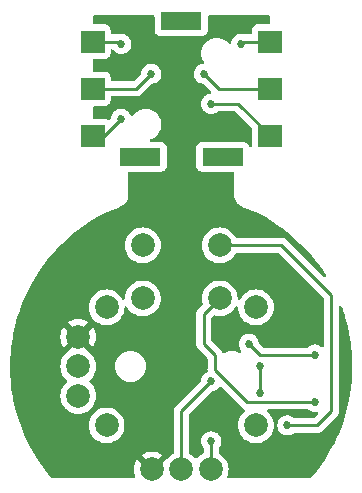
<source format=gbr>
%TF.GenerationSoftware,KiCad,Pcbnew,6.0.11-3.fc37*%
%TF.CreationDate,2023-09-06T08:49:03-04:00*%
%TF.ProjectId,gameKey-PCB-ThumbCluster,67616d65-4b65-4792-9d50-43422d546875,rev?*%
%TF.SameCoordinates,Original*%
%TF.FileFunction,Copper,L1,Top*%
%TF.FilePolarity,Positive*%
%FSLAX46Y46*%
G04 Gerber Fmt 4.6, Leading zero omitted, Abs format (unit mm)*
G04 Created by KiCad (PCBNEW 6.0.11-3.fc37) date 2023-09-06 08:49:03*
%MOMM*%
%LPD*%
G01*
G04 APERTURE LIST*
%TA.AperFunction,WasherPad*%
%ADD10R,3.500000X1.500000*%
%TD*%
%TA.AperFunction,SMDPad,CuDef*%
%ADD11R,2.000000X1.900000*%
%TD*%
%TA.AperFunction,WasherPad*%
%ADD12C,2.000000*%
%TD*%
%TA.AperFunction,ComponentPad*%
%ADD13C,2.000000*%
%TD*%
%TA.AperFunction,ViaPad*%
%ADD14C,0.685800*%
%TD*%
%TA.AperFunction,Conductor*%
%ADD15C,0.254000*%
%TD*%
G04 APERTURE END LIST*
D10*
%TO.P,NS1,*%
%TO.N,*%
X3500000Y17750000D03*
X-3500000Y17750000D03*
X0Y29250000D03*
D11*
%TO.P,NS1,1,COM*%
%TO.N,/COL*%
X-7500000Y27500000D03*
%TO.P,NS1,2,B*%
%TO.N,/NW*%
X-7500000Y23500000D03*
%TO.P,NS1,3,PUSH*%
%TO.N,/NP*%
X-7500000Y19500000D03*
%TO.P,NS1,4,A*%
%TO.N,/NN*%
X7500000Y27500000D03*
%TO.P,NS1,5,D*%
%TO.N,/NE*%
X7500000Y23500000D03*
%TO.P,NS1,6,C*%
%TO.N,/NS*%
X7500000Y19500000D03*
%TD*%
D12*
%TO.P,JS1,*%
%TO.N,*%
X6325000Y-5000000D03*
X-6325000Y-5000000D03*
X-6325000Y5000000D03*
X6325000Y5000000D03*
D13*
%TO.P,JS1,1,GND*%
%TO.N,GND*%
X-2500000Y-8730000D03*
X-8730000Y2500000D03*
%TO.P,JS1,2,VCC*%
%TO.N,VCC*%
X2500000Y-8730000D03*
X-8730000Y-2500000D03*
%TO.P,JS1,3,RY*%
%TO.N,/JX*%
X-8730000Y0D03*
%TO.P,JS1,4,RX*%
%TO.N,/JY*%
X0Y-8730000D03*
%TO.P,JS1,5,SW-A*%
%TO.N,/JB*%
X3250000Y5750000D03*
X-3250000Y5750000D03*
%TO.P,JS1,6,SW-B*%
%TO.N,/JC*%
X3250000Y10250000D03*
X-3250000Y10250000D03*
%TD*%
D14*
%TO.N,/NS*%
X2540000Y22225000D03*
%TO.N,/NN*%
X5080000Y27305000D03*
%TO.N,/NE*%
X1905000Y24765000D03*
%TO.N,/NW*%
X-2540000Y24765000D03*
%TO.N,/NP*%
X-5080000Y20955000D03*
%TO.N,/COL*%
X-5080000Y27305000D03*
%TO.N,GND*%
X-9525000Y8890000D03*
X6350000Y12065000D03*
X9525000Y-6985000D03*
X-9525000Y-6985000D03*
X8890000Y8255000D03*
%TO.N,/JB*%
X11335000Y-3000000D03*
%TO.N,VCC*%
X2540000Y-6350000D03*
X6667500Y-2222500D03*
X6667500Y0D03*
%TO.N,/JY*%
X2540000Y-1270000D03*
%TO.N,/JX*%
X11335000Y1000000D03*
X5715000Y1905000D03*
%TO.N,/JC*%
X8985000Y-5000000D03*
%TD*%
D15*
%TO.N,/NS*%
X4840000Y22225000D02*
X2540000Y22225000D01*
X7500000Y19500000D02*
X7500000Y19565000D01*
X7500000Y19565000D02*
X4840000Y22225000D01*
%TO.N,/NN*%
X5275000Y27500000D02*
X5080000Y27305000D01*
X7500000Y27500000D02*
X5275000Y27500000D01*
%TO.N,/NE*%
X3170000Y23500000D02*
X1905000Y24765000D01*
X7500000Y23500000D02*
X3170000Y23500000D01*
%TO.N,/NW*%
X-3805000Y23500000D02*
X-2540000Y24765000D01*
X-7500000Y23500000D02*
X-3805000Y23500000D01*
%TO.N,/NP*%
X-6535000Y19500000D02*
X-5080000Y20955000D01*
X-7500000Y19500000D02*
X-6535000Y19500000D01*
%TO.N,/COL*%
X-5275000Y27500000D02*
X-5080000Y27305000D01*
X-7500000Y27500000D02*
X-5275000Y27500000D01*
%TO.N,/JB*%
X5540000Y-3000000D02*
X11335000Y-3000000D01*
X1905000Y4405000D02*
X1905000Y1905000D01*
X2857500Y-317500D02*
X5540000Y-3000000D01*
X2857500Y952500D02*
X2857500Y-317500D01*
X1905000Y1905000D02*
X2857500Y952500D01*
X3250000Y5750000D02*
X1905000Y4405000D01*
%TO.N,VCC*%
X6667500Y0D02*
X6667500Y-2222500D01*
X2540000Y-8690000D02*
X2500000Y-8730000D01*
X2540000Y-6350000D02*
X2540000Y-8690000D01*
%TO.N,/JY*%
X0Y-3810000D02*
X2540000Y-1270000D01*
X0Y-8730000D02*
X0Y-3810000D01*
%TO.N,/JX*%
X11287500Y952500D02*
X11335000Y1000000D01*
X6667500Y952500D02*
X11287500Y952500D01*
X5715000Y1905000D02*
X6667500Y952500D01*
%TO.N,/JC*%
X12700000Y-3810000D02*
X11510000Y-5000000D01*
X12700000Y6032500D02*
X12700000Y-3810000D01*
X3250000Y10250000D02*
X8482500Y10250000D01*
X11510000Y-5000000D02*
X8985000Y-5000000D01*
X8482500Y10250000D02*
X12700000Y6032500D01*
%TD*%
%TA.AperFunction,Conductor*%
%TO.N,GND*%
G36*
X13544012Y5099628D02*
G01*
X13579125Y5049574D01*
X13655199Y4851471D01*
X13657349Y4845416D01*
X13697069Y4723791D01*
X13831211Y4313037D01*
X13884741Y4149122D01*
X13886579Y4142966D01*
X14078179Y3435999D01*
X14079701Y3429758D01*
X14235020Y2713934D01*
X14236222Y2707622D01*
X14354852Y1984805D01*
X14355730Y1978441D01*
X14402599Y1560512D01*
X14431613Y1301795D01*
X14437361Y1250536D01*
X14437914Y1244138D01*
X14444976Y1127903D01*
X14482336Y513007D01*
X14482562Y506587D01*
X14483069Y454225D01*
X14489628Y-222607D01*
X14489659Y-225845D01*
X14489558Y-232259D01*
X14461062Y-921797D01*
X14459312Y-964135D01*
X14458884Y-970526D01*
X14426216Y-1323455D01*
X14391371Y-1699900D01*
X14390616Y-1706280D01*
X14362479Y-1901293D01*
X14295677Y-2364295D01*
X14286014Y-2431266D01*
X14284936Y-2437585D01*
X14208554Y-2825767D01*
X14143523Y-3156262D01*
X14142125Y-3162524D01*
X14053414Y-3516910D01*
X13964248Y-3873114D01*
X13962529Y-3879304D01*
X13748677Y-4579859D01*
X13746645Y-4585954D01*
X13497357Y-5274713D01*
X13495034Y-5280654D01*
X13324080Y-5686963D01*
X13210949Y-5955842D01*
X13208307Y-5961698D01*
X12890200Y-6621479D01*
X12887263Y-6627194D01*
X12535933Y-7269913D01*
X12535932Y-7269914D01*
X12532713Y-7275462D01*
X12149063Y-7899463D01*
X12145567Y-7904836D01*
X11730619Y-8508454D01*
X11726846Y-8513654D01*
X11281680Y-9095324D01*
X11277647Y-9100324D01*
X10983065Y-9447077D01*
X10923717Y-9486043D01*
X10887039Y-9491499D01*
X4005938Y-9491499D01*
X3937817Y-9471497D01*
X3891324Y-9417841D01*
X3881220Y-9347567D01*
X3889529Y-9317281D01*
X3937211Y-9202167D01*
X3937212Y-9202165D01*
X3939105Y-9197594D01*
X3979563Y-9029076D01*
X3993380Y-8971524D01*
X3993381Y-8971518D01*
X3994535Y-8966711D01*
X4013165Y-8730000D01*
X3994535Y-8493289D01*
X3939105Y-8262406D01*
X3937211Y-8257833D01*
X3850135Y-8047611D01*
X3850133Y-8047607D01*
X3848240Y-8043037D01*
X3845654Y-8038817D01*
X3726759Y-7844798D01*
X3726755Y-7844792D01*
X3724176Y-7840584D01*
X3569969Y-7660031D01*
X3389416Y-7505824D01*
X3235665Y-7411605D01*
X3188034Y-7358957D01*
X3175500Y-7304172D01*
X3175500Y-6964969D01*
X3195502Y-6896848D01*
X3207858Y-6880665D01*
X3232591Y-6853197D01*
X3322077Y-6698203D01*
X3377382Y-6527991D01*
X3380899Y-6494535D01*
X3395400Y-6356565D01*
X3396090Y-6350000D01*
X3377382Y-6172009D01*
X3322077Y-6001797D01*
X3232591Y-5846803D01*
X3112836Y-5713801D01*
X3069602Y-5682389D01*
X2973387Y-5612485D01*
X2973386Y-5612484D01*
X2968045Y-5608604D01*
X2962017Y-5605920D01*
X2962015Y-5605919D01*
X2810577Y-5538495D01*
X2810576Y-5538495D01*
X2804546Y-5535810D01*
X2717016Y-5517205D01*
X2635943Y-5499972D01*
X2635939Y-5499972D01*
X2629486Y-5498600D01*
X2450514Y-5498600D01*
X2444061Y-5499972D01*
X2444057Y-5499972D01*
X2362984Y-5517205D01*
X2275454Y-5535810D01*
X2269424Y-5538495D01*
X2269423Y-5538495D01*
X2117985Y-5605919D01*
X2117983Y-5605920D01*
X2111955Y-5608604D01*
X2106614Y-5612484D01*
X2106613Y-5612485D01*
X2010399Y-5682389D01*
X1967164Y-5713801D01*
X1847409Y-5846803D01*
X1757923Y-6001797D01*
X1702618Y-6172009D01*
X1683910Y-6350000D01*
X1684600Y-6356565D01*
X1699102Y-6494535D01*
X1702618Y-6527991D01*
X1757923Y-6698203D01*
X1847409Y-6853197D01*
X1872137Y-6880660D01*
X1902853Y-6944666D01*
X1904500Y-6964969D01*
X1904500Y-7259684D01*
X1884498Y-7327805D01*
X1826719Y-7376092D01*
X1817618Y-7379862D01*
X1817613Y-7379865D01*
X1813037Y-7381760D01*
X1808817Y-7384346D01*
X1614798Y-7503241D01*
X1614797Y-7503242D01*
X1610584Y-7505824D01*
X1430031Y-7660031D01*
X1426823Y-7663787D01*
X1426818Y-7663792D01*
X1345811Y-7758639D01*
X1286361Y-7797449D01*
X1215366Y-7797955D01*
X1154189Y-7758639D01*
X1073182Y-7663792D01*
X1073177Y-7663787D01*
X1069969Y-7660031D01*
X889416Y-7505824D01*
X695664Y-7387092D01*
X648034Y-7334445D01*
X635500Y-7279660D01*
X635500Y-4125422D01*
X655502Y-4057301D01*
X672405Y-4036327D01*
X2551606Y-2157126D01*
X2613918Y-2123100D01*
X2624494Y-2121400D01*
X2629486Y-2121400D01*
X2804546Y-2084190D01*
X2810577Y-2081505D01*
X2962015Y-2014081D01*
X2962017Y-2014080D01*
X2968045Y-2011396D01*
X3112836Y-1906199D01*
X3229920Y-1776164D01*
X3290362Y-1738926D01*
X3361346Y-1740277D01*
X3412648Y-1771381D01*
X5034750Y-3393483D01*
X5042326Y-3401809D01*
X5046447Y-3408303D01*
X5052222Y-3413726D01*
X5096265Y-3455085D01*
X5099107Y-3457840D01*
X5118906Y-3477639D01*
X5122031Y-3480063D01*
X5122040Y-3480071D01*
X5122126Y-3480137D01*
X5131151Y-3487845D01*
X5163494Y-3518217D01*
X5170438Y-3522035D01*
X5170440Y-3522036D01*
X5181329Y-3528022D01*
X5197847Y-3538873D01*
X5213933Y-3551350D01*
X5254666Y-3568976D01*
X5265314Y-3574193D01*
X5275655Y-3579878D01*
X5304197Y-3595569D01*
X5311872Y-3597540D01*
X5311878Y-3597542D01*
X5323911Y-3600631D01*
X5342606Y-3607031D01*
X5350074Y-3610263D01*
X5404645Y-3655672D01*
X5426004Y-3723380D01*
X5407367Y-3791886D01*
X5381860Y-3821708D01*
X5310852Y-3882355D01*
X5255031Y-3930031D01*
X5100824Y-4110584D01*
X5098245Y-4114792D01*
X5098241Y-4114798D01*
X5011762Y-4255919D01*
X4976760Y-4313037D01*
X4974867Y-4317607D01*
X4974865Y-4317611D01*
X4887789Y-4527833D01*
X4885895Y-4532406D01*
X4830465Y-4763289D01*
X4811835Y-5000000D01*
X4830465Y-5236711D01*
X4831619Y-5241518D01*
X4831620Y-5241524D01*
X4855723Y-5341918D01*
X4885895Y-5467594D01*
X4887788Y-5472165D01*
X4887789Y-5472167D01*
X4954924Y-5634245D01*
X4976760Y-5686963D01*
X4979346Y-5691183D01*
X5098241Y-5885202D01*
X5098245Y-5885208D01*
X5100824Y-5889416D01*
X5255031Y-6069969D01*
X5435584Y-6224176D01*
X5439792Y-6226755D01*
X5439798Y-6226759D01*
X5630196Y-6343435D01*
X5638037Y-6348240D01*
X5642607Y-6350133D01*
X5642611Y-6350135D01*
X5658135Y-6356565D01*
X5857406Y-6439105D01*
X5937609Y-6458360D01*
X6083476Y-6493380D01*
X6083482Y-6493381D01*
X6088289Y-6494535D01*
X6325000Y-6513165D01*
X6561711Y-6494535D01*
X6566518Y-6493381D01*
X6566524Y-6493380D01*
X6712391Y-6458360D01*
X6792594Y-6439105D01*
X6991865Y-6356565D01*
X7007389Y-6350135D01*
X7007393Y-6350133D01*
X7011963Y-6348240D01*
X7019804Y-6343435D01*
X7210202Y-6226759D01*
X7210208Y-6226755D01*
X7214416Y-6224176D01*
X7394969Y-6069969D01*
X7549176Y-5889416D01*
X7551755Y-5885208D01*
X7551759Y-5885202D01*
X7670654Y-5691183D01*
X7673240Y-5686963D01*
X7695077Y-5634245D01*
X7762211Y-5472167D01*
X7762212Y-5472165D01*
X7764105Y-5467594D01*
X7794277Y-5341918D01*
X7818380Y-5241524D01*
X7818381Y-5241518D01*
X7819535Y-5236711D01*
X7838165Y-5000000D01*
X7819535Y-4763289D01*
X7764105Y-4532406D01*
X7762211Y-4527833D01*
X7675135Y-4317611D01*
X7675133Y-4317607D01*
X7673240Y-4313037D01*
X7638238Y-4255919D01*
X7551759Y-4114798D01*
X7551755Y-4114792D01*
X7549176Y-4110584D01*
X7394969Y-3930031D01*
X7309825Y-3857311D01*
X7271016Y-3797860D01*
X7270510Y-3726866D01*
X7308466Y-3666867D01*
X7372834Y-3636914D01*
X7391656Y-3635500D01*
X10720262Y-3635500D01*
X10788383Y-3655502D01*
X10794323Y-3659564D01*
X10890882Y-3729718D01*
X10906955Y-3741396D01*
X10912983Y-3744080D01*
X10912985Y-3744081D01*
X11007012Y-3785944D01*
X11070454Y-3814190D01*
X11145404Y-3830121D01*
X11239057Y-3850028D01*
X11239061Y-3850028D01*
X11245514Y-3851400D01*
X11424486Y-3851400D01*
X11430943Y-3850028D01*
X11430948Y-3850027D01*
X11434326Y-3849309D01*
X11436327Y-3849462D01*
X11437514Y-3849337D01*
X11437537Y-3849554D01*
X11505116Y-3854712D01*
X11561748Y-3897529D01*
X11586241Y-3964167D01*
X11570819Y-4033468D01*
X11549616Y-4061651D01*
X11283672Y-4327595D01*
X11221360Y-4361621D01*
X11194577Y-4364500D01*
X9599738Y-4364500D01*
X9531617Y-4344498D01*
X9525677Y-4340436D01*
X9418387Y-4262485D01*
X9418386Y-4262484D01*
X9413045Y-4258604D01*
X9407017Y-4255920D01*
X9407015Y-4255919D01*
X9255577Y-4188495D01*
X9255576Y-4188495D01*
X9249546Y-4185810D01*
X9162016Y-4167205D01*
X9080943Y-4149972D01*
X9080939Y-4149972D01*
X9074486Y-4148600D01*
X8895514Y-4148600D01*
X8889061Y-4149972D01*
X8889057Y-4149972D01*
X8807984Y-4167205D01*
X8720454Y-4185810D01*
X8714424Y-4188495D01*
X8714423Y-4188495D01*
X8562985Y-4255919D01*
X8562983Y-4255920D01*
X8556955Y-4258604D01*
X8551614Y-4262484D01*
X8551613Y-4262485D01*
X8465356Y-4325155D01*
X8412164Y-4363801D01*
X8292409Y-4496803D01*
X8202923Y-4651797D01*
X8147618Y-4822009D01*
X8128910Y-5000000D01*
X8129600Y-5006565D01*
X8135191Y-5059754D01*
X8147618Y-5177991D01*
X8202923Y-5348203D01*
X8292409Y-5503197D01*
X8296827Y-5508104D01*
X8296828Y-5508105D01*
X8406990Y-5630453D01*
X8412164Y-5636199D01*
X8417506Y-5640080D01*
X8417508Y-5640082D01*
X8525733Y-5718712D01*
X8556955Y-5741396D01*
X8562983Y-5744080D01*
X8562985Y-5744081D01*
X8714423Y-5811505D01*
X8720454Y-5814190D01*
X8807984Y-5832795D01*
X8889057Y-5850028D01*
X8889061Y-5850028D01*
X8895514Y-5851400D01*
X9074486Y-5851400D01*
X9080939Y-5850028D01*
X9080943Y-5850028D01*
X9162016Y-5832795D01*
X9249546Y-5814190D01*
X9255577Y-5811505D01*
X9407015Y-5744081D01*
X9407017Y-5744080D01*
X9413045Y-5741396D01*
X9487966Y-5686963D01*
X9525677Y-5659564D01*
X9592545Y-5635705D01*
X9599738Y-5635500D01*
X11430980Y-5635500D01*
X11442214Y-5636030D01*
X11449719Y-5637708D01*
X11518012Y-5635562D01*
X11521969Y-5635500D01*
X11549983Y-5635500D01*
X11553908Y-5635004D01*
X11553909Y-5635004D01*
X11554004Y-5634992D01*
X11565849Y-5634059D01*
X11595670Y-5633122D01*
X11602282Y-5632914D01*
X11602283Y-5632914D01*
X11610205Y-5632665D01*
X11629749Y-5626987D01*
X11649112Y-5622977D01*
X11661440Y-5621420D01*
X11661442Y-5621420D01*
X11669299Y-5620427D01*
X11676663Y-5617511D01*
X11676668Y-5617510D01*
X11710556Y-5604093D01*
X11721785Y-5600248D01*
X11738465Y-5595402D01*
X11764393Y-5587869D01*
X11771220Y-5583831D01*
X11771223Y-5583830D01*
X11781906Y-5577512D01*
X11799664Y-5568812D01*
X11811215Y-5564239D01*
X11811221Y-5564235D01*
X11818588Y-5561319D01*
X11854491Y-5535234D01*
X11864410Y-5528719D01*
X11895768Y-5510174D01*
X11895772Y-5510171D01*
X11902598Y-5506134D01*
X11916982Y-5491750D01*
X11932016Y-5478909D01*
X11942073Y-5471602D01*
X11948487Y-5466942D01*
X11976778Y-5432744D01*
X11984767Y-5423965D01*
X13093483Y-4315250D01*
X13101809Y-4307674D01*
X13108303Y-4303553D01*
X13155086Y-4253734D01*
X13157840Y-4250893D01*
X13177639Y-4231094D01*
X13180068Y-4227963D01*
X13180072Y-4227958D01*
X13180139Y-4227872D01*
X13187847Y-4218847D01*
X13212791Y-4192285D01*
X13212794Y-4192281D01*
X13218217Y-4186506D01*
X13222036Y-4179560D01*
X13222039Y-4179555D01*
X13228022Y-4168672D01*
X13238878Y-4152144D01*
X13246492Y-4142329D01*
X13246494Y-4142326D01*
X13251349Y-4136067D01*
X13254495Y-4128797D01*
X13254498Y-4128792D01*
X13268969Y-4095350D01*
X13274192Y-4084689D01*
X13291749Y-4052753D01*
X13291751Y-4052748D01*
X13295569Y-4045803D01*
X13297539Y-4038129D01*
X13297542Y-4038122D01*
X13300632Y-4026087D01*
X13307036Y-4007382D01*
X13311967Y-3995987D01*
X13315117Y-3988708D01*
X13322060Y-3944873D01*
X13324467Y-3933251D01*
X13325294Y-3930031D01*
X13335500Y-3890282D01*
X13335500Y-3869935D01*
X13337051Y-3850224D01*
X13338995Y-3837950D01*
X13340235Y-3830121D01*
X13336059Y-3785944D01*
X13335500Y-3774086D01*
X13335500Y5004404D01*
X13355502Y5072525D01*
X13409158Y5119018D01*
X13479432Y5129122D01*
X13544012Y5099628D01*
G37*
%TD.AperFunction*%
%TA.AperFunction,Conductor*%
G36*
X-2316379Y29721499D02*
G01*
X-2269886Y29667843D01*
X-2258500Y29615501D01*
X-2258500Y28451866D01*
X-2251745Y28389684D01*
X-2200615Y28253295D01*
X-2113261Y28136739D01*
X-1996705Y28049385D01*
X-1860316Y27998255D01*
X-1798134Y27991500D01*
X1798134Y27991500D01*
X1860316Y27998255D01*
X1996705Y28049385D01*
X2113261Y28136739D01*
X2200615Y28253295D01*
X2251745Y28389684D01*
X2258500Y28451866D01*
X2258500Y29615501D01*
X2278502Y29683622D01*
X2332158Y29730115D01*
X2384500Y29741501D01*
X7365501Y29741501D01*
X7433622Y29721499D01*
X7480115Y29667843D01*
X7491501Y29615501D01*
X7491501Y29084500D01*
X7471499Y29016379D01*
X7417843Y28969886D01*
X7365501Y28958500D01*
X6451866Y28958500D01*
X6389684Y28951745D01*
X6253295Y28900615D01*
X6136739Y28813261D01*
X6049385Y28696705D01*
X5998255Y28560316D01*
X5991500Y28498134D01*
X5991500Y28261500D01*
X5971498Y28193379D01*
X5917842Y28146886D01*
X5865500Y28135500D01*
X5354032Y28135500D01*
X5342793Y28136030D01*
X5335281Y28137709D01*
X5327356Y28137460D01*
X5327355Y28137460D01*
X5293833Y28136406D01*
X5282691Y28136056D01*
X5252536Y28138747D01*
X5175943Y28155028D01*
X5175938Y28155028D01*
X5169486Y28156400D01*
X4990514Y28156400D01*
X4984061Y28155028D01*
X4984057Y28155028D01*
X4924098Y28142283D01*
X4815454Y28119190D01*
X4809424Y28116505D01*
X4809423Y28116505D01*
X4657985Y28049081D01*
X4657983Y28049080D01*
X4651955Y28046396D01*
X4646614Y28042516D01*
X4646613Y28042515D01*
X4584521Y27997402D01*
X4507164Y27941199D01*
X4387409Y27808197D01*
X4297923Y27653203D01*
X4242618Y27482991D01*
X4241928Y27476427D01*
X4241928Y27476426D01*
X4234305Y27403897D01*
X4207292Y27338240D01*
X4149070Y27297610D01*
X4078125Y27294907D01*
X4012477Y27336072D01*
X4009351Y27339797D01*
X4006198Y27344300D01*
X3844300Y27506198D01*
X3839792Y27509355D01*
X3839789Y27509357D01*
X3761611Y27564098D01*
X3656749Y27637523D01*
X3651767Y27639846D01*
X3651762Y27639849D01*
X3454225Y27731961D01*
X3454224Y27731961D01*
X3449243Y27734284D01*
X3443935Y27735706D01*
X3443933Y27735707D01*
X3233402Y27792119D01*
X3233400Y27792119D01*
X3228087Y27793543D01*
X3125948Y27802479D01*
X3059851Y27808262D01*
X3059844Y27808262D01*
X3057127Y27808500D01*
X2942873Y27808500D01*
X2940156Y27808262D01*
X2940149Y27808262D01*
X2874052Y27802479D01*
X2771913Y27793543D01*
X2766600Y27792119D01*
X2766598Y27792119D01*
X2556067Y27735707D01*
X2556065Y27735706D01*
X2550757Y27734284D01*
X2545776Y27731961D01*
X2545775Y27731961D01*
X2348238Y27639849D01*
X2348233Y27639846D01*
X2343251Y27637523D01*
X2238389Y27564098D01*
X2160211Y27509357D01*
X2160208Y27509355D01*
X2155700Y27506198D01*
X1993802Y27344300D01*
X1990645Y27339792D01*
X1990643Y27339789D01*
X1935902Y27261611D01*
X1862477Y27156749D01*
X1860154Y27151767D01*
X1860151Y27151762D01*
X1848609Y27127009D01*
X1765716Y26949243D01*
X1764294Y26943935D01*
X1764293Y26943933D01*
X1734113Y26831300D01*
X1706457Y26728087D01*
X1686502Y26500000D01*
X1706457Y26271913D01*
X1707881Y26266600D01*
X1707881Y26266598D01*
X1753531Y26096233D01*
X1765716Y26050757D01*
X1768039Y26045776D01*
X1768039Y26045775D01*
X1860151Y25848238D01*
X1860154Y25848233D01*
X1862477Y25843251D01*
X1865634Y25838743D01*
X1885468Y25810417D01*
X1908156Y25743144D01*
X1890871Y25674283D01*
X1839102Y25625699D01*
X1808452Y25614899D01*
X1640454Y25579190D01*
X1634424Y25576505D01*
X1634423Y25576505D01*
X1482985Y25509081D01*
X1482983Y25509080D01*
X1476955Y25506396D01*
X1471614Y25502516D01*
X1471613Y25502515D01*
X1464985Y25497699D01*
X1332164Y25401199D01*
X1212409Y25268197D01*
X1122923Y25113203D01*
X1067618Y24942991D01*
X1048910Y24765000D01*
X1067618Y24587009D01*
X1069658Y24580731D01*
X1069658Y24580730D01*
X1095391Y24501531D01*
X1122923Y24416797D01*
X1212409Y24261803D01*
X1216827Y24256896D01*
X1216828Y24256895D01*
X1274018Y24193379D01*
X1332164Y24128801D01*
X1476955Y24023604D01*
X1482983Y24020920D01*
X1482985Y24020919D01*
X1634423Y23953495D01*
X1640454Y23950810D01*
X1815514Y23913600D01*
X1818653Y23913600D01*
X1883122Y23887079D01*
X1893394Y23877874D01*
X2487940Y23283328D01*
X2521966Y23221016D01*
X2516901Y23150201D01*
X2474354Y23093365D01*
X2425042Y23070986D01*
X2379734Y23061355D01*
X2275454Y23039190D01*
X2269424Y23036505D01*
X2269423Y23036505D01*
X2117985Y22969081D01*
X2117983Y22969080D01*
X2111955Y22966396D01*
X2106614Y22962516D01*
X2106613Y22962515D01*
X1973435Y22865755D01*
X1967164Y22861199D01*
X1962743Y22856289D01*
X1962742Y22856288D01*
X1892975Y22778803D01*
X1847409Y22728197D01*
X1757923Y22573203D01*
X1702618Y22402991D01*
X1683910Y22225000D01*
X1702618Y22047009D01*
X1757923Y21876797D01*
X1847409Y21721803D01*
X1851827Y21716896D01*
X1851828Y21716895D01*
X1962742Y21593712D01*
X1967164Y21588801D01*
X2111955Y21483604D01*
X2117983Y21480920D01*
X2117985Y21480919D01*
X2169020Y21458197D01*
X2275454Y21410810D01*
X2362984Y21392205D01*
X2444057Y21374972D01*
X2444061Y21374972D01*
X2450514Y21373600D01*
X2629486Y21373600D01*
X2635939Y21374972D01*
X2635943Y21374972D01*
X2717016Y21392205D01*
X2804546Y21410810D01*
X2910980Y21458197D01*
X2962015Y21480919D01*
X2962017Y21480920D01*
X2968045Y21483604D01*
X3080677Y21565436D01*
X3147545Y21589295D01*
X3154738Y21589500D01*
X4524578Y21589500D01*
X4592699Y21569498D01*
X4613673Y21552595D01*
X5954595Y20211672D01*
X5988621Y20149360D01*
X5991500Y20122577D01*
X5991500Y18665821D01*
X5971498Y18597700D01*
X5917842Y18551207D01*
X5847568Y18541103D01*
X5782988Y18570597D01*
X5747518Y18621592D01*
X5703768Y18738295D01*
X5703767Y18738297D01*
X5700615Y18746705D01*
X5613261Y18863261D01*
X5496705Y18950615D01*
X5360316Y19001745D01*
X5298134Y19008500D01*
X1701866Y19008500D01*
X1639684Y19001745D01*
X1503295Y18950615D01*
X1386739Y18863261D01*
X1299385Y18746705D01*
X1248255Y18610316D01*
X1241500Y18548134D01*
X1241500Y16951866D01*
X1248255Y16889684D01*
X1299385Y16753295D01*
X1386739Y16636739D01*
X1503295Y16549385D01*
X1639684Y16498255D01*
X1701866Y16491500D01*
X4371272Y16491500D01*
X4439393Y16471498D01*
X4485886Y16417842D01*
X4496793Y16354519D01*
X4491910Y16298700D01*
X4491699Y16296293D01*
X4490433Y16286376D01*
X4486425Y16262554D01*
X4486272Y16250002D01*
X4487524Y16241263D01*
X4490228Y16222378D01*
X4491501Y16204516D01*
X4491501Y14544616D01*
X4489756Y14523717D01*
X4486424Y14503907D01*
X4486272Y14491355D01*
X4486960Y14486551D01*
X4486961Y14486539D01*
X4489198Y14470929D01*
X4490001Y14463938D01*
X4502674Y14317511D01*
X4547348Y14148833D01*
X4620325Y13990332D01*
X4719435Y13846717D01*
X4723241Y13842844D01*
X4723244Y13842840D01*
X4786463Y13778505D01*
X4841735Y13722255D01*
X4948883Y13645503D01*
X4979156Y13623819D01*
X4983591Y13620642D01*
X5083967Y13572278D01*
X5099318Y13564881D01*
X5108257Y13560122D01*
X5128619Y13548208D01*
X5134201Y13546011D01*
X5134437Y13545877D01*
X5134701Y13545814D01*
X5140300Y13543611D01*
X5150063Y13541423D01*
X5160508Y13539082D01*
X5180651Y13532755D01*
X5823083Y13270002D01*
X5828966Y13267419D01*
X6491927Y12955930D01*
X6497670Y12953050D01*
X7143863Y12608190D01*
X7149452Y12605022D01*
X7777249Y12227658D01*
X7782669Y12224209D01*
X8390404Y11815344D01*
X8395642Y11811623D01*
X8680326Y11598240D01*
X8981764Y11372298D01*
X8986785Y11368331D01*
X9499919Y10941183D01*
X9549756Y10899697D01*
X9554587Y10895462D01*
X10092915Y10398765D01*
X10097524Y10394290D01*
X10609850Y9870782D01*
X10614224Y9866078D01*
X10889641Y9554335D01*
X11099188Y9317149D01*
X11103315Y9312230D01*
X11333501Y9023241D01*
X11559675Y8739288D01*
X11563548Y8734162D01*
X11990114Y8138697D01*
X11993721Y8133381D01*
X12251041Y7732479D01*
X12271004Y7664347D01*
X12250963Y7596238D01*
X12197281Y7549775D01*
X12127001Y7539712D01*
X12062437Y7569242D01*
X12055909Y7575324D01*
X8987750Y10643483D01*
X8980174Y10651809D01*
X8976053Y10658303D01*
X8926234Y10705086D01*
X8923393Y10707840D01*
X8903594Y10727639D01*
X8900469Y10730063D01*
X8900460Y10730071D01*
X8900374Y10730137D01*
X8891349Y10737845D01*
X8864785Y10762790D01*
X8859006Y10768217D01*
X8841169Y10778023D01*
X8824653Y10788873D01*
X8808567Y10801350D01*
X8767834Y10818976D01*
X8757186Y10824193D01*
X8745558Y10830585D01*
X8718303Y10845569D01*
X8710628Y10847540D01*
X8710622Y10847542D01*
X8698589Y10850631D01*
X8679887Y10857034D01*
X8661208Y10865117D01*
X8627372Y10870476D01*
X8617373Y10872060D01*
X8605760Y10874465D01*
X8562782Y10885500D01*
X8542435Y10885500D01*
X8522724Y10887051D01*
X8510450Y10888995D01*
X8502621Y10890235D01*
X8494729Y10889489D01*
X8458444Y10886059D01*
X8446586Y10885500D01*
X4700340Y10885500D01*
X4632219Y10905502D01*
X4592907Y10945665D01*
X4476758Y11135202D01*
X4474176Y11139416D01*
X4319969Y11319969D01*
X4139416Y11474176D01*
X4135208Y11476755D01*
X4135202Y11476759D01*
X3941183Y11595654D01*
X3936963Y11598240D01*
X3932393Y11600133D01*
X3932389Y11600135D01*
X3722167Y11687211D01*
X3722165Y11687212D01*
X3717594Y11689105D01*
X3637391Y11708360D01*
X3491524Y11743380D01*
X3491518Y11743381D01*
X3486711Y11744535D01*
X3250000Y11763165D01*
X3013289Y11744535D01*
X3008482Y11743381D01*
X3008476Y11743380D01*
X2862609Y11708360D01*
X2782406Y11689105D01*
X2777835Y11687212D01*
X2777833Y11687211D01*
X2567611Y11600135D01*
X2567607Y11600133D01*
X2563037Y11598240D01*
X2558817Y11595654D01*
X2364798Y11476759D01*
X2364792Y11476755D01*
X2360584Y11474176D01*
X2180031Y11319969D01*
X2025824Y11139416D01*
X2023245Y11135208D01*
X2023241Y11135202D01*
X1907093Y10945665D01*
X1901760Y10936963D01*
X1899867Y10932393D01*
X1899865Y10932389D01*
X1819283Y10737845D01*
X1810895Y10717594D01*
X1755465Y10486711D01*
X1736835Y10250000D01*
X1755465Y10013289D01*
X1810895Y9782406D01*
X1812788Y9777835D01*
X1812789Y9777833D01*
X1888729Y9594498D01*
X1901760Y9563037D01*
X1904346Y9558817D01*
X2023241Y9364798D01*
X2023245Y9364792D01*
X2025824Y9360584D01*
X2180031Y9180031D01*
X2360584Y9025824D01*
X2364792Y9023245D01*
X2364798Y9023241D01*
X2549378Y8910130D01*
X2563037Y8901760D01*
X2567607Y8899867D01*
X2567611Y8899865D01*
X2777833Y8812789D01*
X2782406Y8810895D01*
X2862609Y8791640D01*
X3008476Y8756620D01*
X3008482Y8756619D01*
X3013289Y8755465D01*
X3250000Y8736835D01*
X3486711Y8755465D01*
X3491518Y8756619D01*
X3491524Y8756620D01*
X3637391Y8791640D01*
X3717594Y8810895D01*
X3722167Y8812789D01*
X3932389Y8899865D01*
X3932393Y8899867D01*
X3936963Y8901760D01*
X3950622Y8910130D01*
X4135202Y9023241D01*
X4135208Y9023245D01*
X4139416Y9025824D01*
X4319969Y9180031D01*
X4474176Y9360584D01*
X4592908Y9554336D01*
X4645555Y9601966D01*
X4700340Y9614500D01*
X8167078Y9614500D01*
X8235199Y9594498D01*
X8256173Y9577595D01*
X12027595Y5806172D01*
X12061621Y5743860D01*
X12064500Y5717077D01*
X12064500Y1769665D01*
X12044498Y1701544D01*
X11990842Y1655051D01*
X11920568Y1644947D01*
X11864439Y1667729D01*
X11768387Y1737515D01*
X11768386Y1737516D01*
X11763045Y1741396D01*
X11757017Y1744080D01*
X11757015Y1744081D01*
X11605577Y1811505D01*
X11605576Y1811505D01*
X11599546Y1814190D01*
X11512016Y1832795D01*
X11430943Y1850028D01*
X11430939Y1850028D01*
X11424486Y1851400D01*
X11245514Y1851400D01*
X11239061Y1850028D01*
X11239057Y1850028D01*
X11157984Y1832795D01*
X11070454Y1814190D01*
X11064424Y1811505D01*
X11064423Y1811505D01*
X10912985Y1744081D01*
X10912983Y1744080D01*
X10906955Y1741396D01*
X10901614Y1737516D01*
X10901613Y1737515D01*
X10769536Y1641555D01*
X10762164Y1636199D01*
X10757743Y1631289D01*
X10757742Y1631288D01*
X10756300Y1629687D01*
X10755234Y1629030D01*
X10752837Y1626872D01*
X10752442Y1627310D01*
X10695853Y1592449D01*
X10662666Y1588000D01*
X6982923Y1588000D01*
X6914802Y1608002D01*
X6893828Y1624905D01*
X6597633Y1921100D01*
X6563607Y1983412D01*
X6561418Y1997024D01*
X6553072Y2076427D01*
X6553072Y2076428D01*
X6552382Y2082991D01*
X6536677Y2131328D01*
X6499119Y2246918D01*
X6497077Y2253203D01*
X6407591Y2408197D01*
X6333558Y2490420D01*
X6292258Y2536288D01*
X6292257Y2536289D01*
X6287836Y2541199D01*
X6143045Y2646396D01*
X6137017Y2649080D01*
X6137015Y2649081D01*
X5985577Y2716505D01*
X5985576Y2716505D01*
X5979546Y2719190D01*
X5892016Y2737795D01*
X5810943Y2755028D01*
X5810939Y2755028D01*
X5804486Y2756400D01*
X5625514Y2756400D01*
X5619061Y2755028D01*
X5619057Y2755028D01*
X5537984Y2737795D01*
X5450454Y2719190D01*
X5444424Y2716505D01*
X5444423Y2716505D01*
X5292985Y2649081D01*
X5292983Y2649080D01*
X5286955Y2646396D01*
X5142164Y2541199D01*
X5137743Y2536289D01*
X5137742Y2536288D01*
X5096443Y2490420D01*
X5022409Y2408197D01*
X4932923Y2253203D01*
X4930881Y2246918D01*
X4893324Y2131328D01*
X4877618Y2082991D01*
X4876928Y2076428D01*
X4876928Y2076427D01*
X4867152Y1983412D01*
X4858910Y1905000D01*
X4859600Y1898435D01*
X4873532Y1765888D01*
X4877618Y1727009D01*
X4932923Y1556797D01*
X4936226Y1551075D01*
X4936227Y1551074D01*
X4961794Y1506791D01*
X5022409Y1401803D01*
X5065711Y1353711D01*
X5096427Y1289705D01*
X5087662Y1219252D01*
X5042199Y1164721D01*
X4974471Y1143426D01*
X4918823Y1155208D01*
X4754225Y1231961D01*
X4754224Y1231961D01*
X4749243Y1234284D01*
X4743935Y1235706D01*
X4743933Y1235707D01*
X4533402Y1292119D01*
X4533400Y1292119D01*
X4528087Y1293543D01*
X4428520Y1302254D01*
X4359851Y1308262D01*
X4359844Y1308262D01*
X4357127Y1308500D01*
X4242873Y1308500D01*
X4240156Y1308262D01*
X4240149Y1308262D01*
X4171480Y1302254D01*
X4071913Y1293543D01*
X4066600Y1292119D01*
X4066598Y1292119D01*
X3856067Y1235707D01*
X3856065Y1235706D01*
X3850757Y1234284D01*
X3845776Y1231961D01*
X3845775Y1231961D01*
X3648238Y1139849D01*
X3648233Y1139846D01*
X3643251Y1137523D01*
X3638744Y1134367D01*
X3633981Y1131617D01*
X3633255Y1132874D01*
X3572457Y1112371D01*
X3503597Y1129656D01*
X3455013Y1181426D01*
X3450827Y1192049D01*
X3450727Y1192006D01*
X3447581Y1199277D01*
X3445368Y1206893D01*
X3435011Y1224407D01*
X3426315Y1242157D01*
X3421739Y1253715D01*
X3421736Y1253720D01*
X3418819Y1261088D01*
X3392733Y1296993D01*
X3386216Y1306915D01*
X3367672Y1338272D01*
X3367670Y1338275D01*
X3363634Y1345099D01*
X3349247Y1359486D01*
X3336406Y1374520D01*
X3329102Y1384573D01*
X3324442Y1390987D01*
X3290250Y1419273D01*
X3281471Y1427262D01*
X2577405Y2131328D01*
X2543379Y2193640D01*
X2540500Y2220423D01*
X2540500Y4089578D01*
X2560502Y4157699D01*
X2577405Y4178673D01*
X2673821Y4275089D01*
X2736133Y4309115D01*
X2792328Y4308513D01*
X2904608Y4281557D01*
X3008476Y4256620D01*
X3008482Y4256619D01*
X3013289Y4255465D01*
X3250000Y4236835D01*
X3486711Y4255465D01*
X3491518Y4256619D01*
X3491524Y4256620D01*
X3637391Y4291640D01*
X3717594Y4310895D01*
X3722167Y4312789D01*
X3932389Y4399865D01*
X3932393Y4399867D01*
X3936963Y4401760D01*
X3962206Y4417229D01*
X4135202Y4523241D01*
X4135208Y4523245D01*
X4139416Y4525824D01*
X4319969Y4680031D01*
X4474176Y4860584D01*
X4580509Y5034103D01*
X4633157Y5081734D01*
X4703199Y5093341D01*
X4768396Y5065238D01*
X4808050Y5006347D01*
X4813554Y4978154D01*
X4830465Y4763289D01*
X4831619Y4758482D01*
X4831620Y4758476D01*
X4858203Y4647751D01*
X4885895Y4532406D01*
X4887788Y4527835D01*
X4887789Y4527833D01*
X4933603Y4417229D01*
X4976760Y4313037D01*
X4979346Y4308817D01*
X5098241Y4114798D01*
X5098245Y4114792D01*
X5100824Y4110584D01*
X5255031Y3930031D01*
X5435584Y3775824D01*
X5439792Y3773245D01*
X5439798Y3773241D01*
X5633817Y3654346D01*
X5638037Y3651760D01*
X5642607Y3649867D01*
X5642611Y3649865D01*
X5852833Y3562789D01*
X5857406Y3560895D01*
X5937609Y3541640D01*
X6083476Y3506620D01*
X6083482Y3506619D01*
X6088289Y3505465D01*
X6325000Y3486835D01*
X6561711Y3505465D01*
X6566518Y3506619D01*
X6566524Y3506620D01*
X6712391Y3541640D01*
X6792594Y3560895D01*
X6797167Y3562789D01*
X7007389Y3649865D01*
X7007393Y3649867D01*
X7011963Y3651760D01*
X7016183Y3654346D01*
X7210202Y3773241D01*
X7210208Y3773245D01*
X7214416Y3775824D01*
X7394969Y3930031D01*
X7549176Y4110584D01*
X7551755Y4114792D01*
X7551759Y4114798D01*
X7670654Y4308817D01*
X7673240Y4313037D01*
X7716398Y4417229D01*
X7762211Y4527833D01*
X7762212Y4527835D01*
X7764105Y4532406D01*
X7791797Y4647751D01*
X7818380Y4758476D01*
X7818381Y4758482D01*
X7819535Y4763289D01*
X7838165Y5000000D01*
X7819535Y5236711D01*
X7809663Y5277833D01*
X7765260Y5462782D01*
X7764105Y5467594D01*
X7745178Y5513289D01*
X7675135Y5682389D01*
X7675133Y5682393D01*
X7673240Y5686963D01*
X7622804Y5769267D01*
X7551759Y5885202D01*
X7551755Y5885208D01*
X7549176Y5889416D01*
X7394969Y6069969D01*
X7214416Y6224176D01*
X7210208Y6226755D01*
X7210202Y6226759D01*
X7016183Y6345654D01*
X7011963Y6348240D01*
X7007393Y6350133D01*
X7007389Y6350135D01*
X6797167Y6437211D01*
X6797165Y6437212D01*
X6792594Y6439105D01*
X6712391Y6458360D01*
X6566524Y6493380D01*
X6566518Y6493381D01*
X6561711Y6494535D01*
X6325000Y6513165D01*
X6088289Y6494535D01*
X6083482Y6493381D01*
X6083476Y6493380D01*
X5937609Y6458360D01*
X5857406Y6439105D01*
X5852835Y6437212D01*
X5852833Y6437211D01*
X5642611Y6350135D01*
X5642607Y6350133D01*
X5638037Y6348240D01*
X5633817Y6345654D01*
X5439798Y6226759D01*
X5439792Y6226755D01*
X5435584Y6224176D01*
X5255031Y6069969D01*
X5100824Y5889416D01*
X5015389Y5750000D01*
X4994491Y5715897D01*
X4941843Y5668266D01*
X4871801Y5656659D01*
X4806604Y5684762D01*
X4766950Y5743653D01*
X4761446Y5771846D01*
X4744923Y5981777D01*
X4744535Y5986711D01*
X4725449Y6066213D01*
X4690260Y6212782D01*
X4689105Y6217594D01*
X4598240Y6436963D01*
X4595654Y6441183D01*
X4476759Y6635202D01*
X4476755Y6635208D01*
X4474176Y6639416D01*
X4319969Y6819969D01*
X4139416Y6974176D01*
X4135208Y6976755D01*
X4135202Y6976759D01*
X3941183Y7095654D01*
X3936963Y7098240D01*
X3932393Y7100133D01*
X3932389Y7100135D01*
X3722167Y7187211D01*
X3722165Y7187212D01*
X3717594Y7189105D01*
X3637391Y7208360D01*
X3491524Y7243380D01*
X3491518Y7243381D01*
X3486711Y7244535D01*
X3250000Y7263165D01*
X3013289Y7244535D01*
X3008482Y7243381D01*
X3008476Y7243380D01*
X2862609Y7208360D01*
X2782406Y7189105D01*
X2777835Y7187212D01*
X2777833Y7187211D01*
X2567611Y7100135D01*
X2567607Y7100133D01*
X2563037Y7098240D01*
X2558817Y7095654D01*
X2364798Y6976759D01*
X2364792Y6976755D01*
X2360584Y6974176D01*
X2180031Y6819969D01*
X2025824Y6639416D01*
X2023245Y6635208D01*
X2023241Y6635202D01*
X1904346Y6441183D01*
X1901760Y6436963D01*
X1810895Y6217594D01*
X1809740Y6212782D01*
X1774552Y6066213D01*
X1755465Y5986711D01*
X1736835Y5750000D01*
X1755465Y5513289D01*
X1756619Y5508482D01*
X1756620Y5508476D01*
X1808512Y5292330D01*
X1804965Y5221422D01*
X1775088Y5173821D01*
X1511517Y4910250D01*
X1503191Y4902674D01*
X1496697Y4898553D01*
X1491274Y4892778D01*
X1449915Y4848735D01*
X1447160Y4845893D01*
X1427361Y4826094D01*
X1424937Y4822969D01*
X1424929Y4822960D01*
X1424863Y4822874D01*
X1417155Y4813849D01*
X1386783Y4781506D01*
X1382965Y4774562D01*
X1382964Y4774560D01*
X1376978Y4763671D01*
X1366127Y4747153D01*
X1353650Y4731067D01*
X1336024Y4690334D01*
X1330807Y4679686D01*
X1309431Y4640803D01*
X1307460Y4633128D01*
X1307458Y4633122D01*
X1304369Y4621089D01*
X1297966Y4602387D01*
X1289883Y4583708D01*
X1288644Y4575883D01*
X1282940Y4539873D01*
X1280535Y4528260D01*
X1269500Y4485282D01*
X1269500Y4464935D01*
X1267949Y4445224D01*
X1264765Y4425121D01*
X1265511Y4417229D01*
X1268941Y4380944D01*
X1269500Y4369086D01*
X1269500Y1984020D01*
X1268970Y1972786D01*
X1267292Y1965281D01*
X1267541Y1957362D01*
X1269438Y1896988D01*
X1269500Y1893031D01*
X1269500Y1865017D01*
X1269996Y1861092D01*
X1269996Y1861091D01*
X1270008Y1860996D01*
X1270941Y1849151D01*
X1272335Y1804795D01*
X1274547Y1797183D01*
X1278013Y1785252D01*
X1282023Y1765888D01*
X1284573Y1745701D01*
X1287489Y1738337D01*
X1287490Y1738332D01*
X1300907Y1704444D01*
X1304752Y1693215D01*
X1317131Y1650607D01*
X1321169Y1643780D01*
X1321170Y1643777D01*
X1327488Y1633094D01*
X1336188Y1615336D01*
X1340761Y1603785D01*
X1340765Y1603779D01*
X1343681Y1596412D01*
X1348339Y1590001D01*
X1348340Y1589999D01*
X1369764Y1560512D01*
X1376281Y1550590D01*
X1394826Y1519232D01*
X1394829Y1519228D01*
X1398866Y1512402D01*
X1413250Y1498018D01*
X1426091Y1482984D01*
X1438058Y1466513D01*
X1444166Y1461460D01*
X1472255Y1438223D01*
X1481035Y1430233D01*
X2185095Y726173D01*
X2219121Y663861D01*
X2222000Y637078D01*
X2222000Y-238480D01*
X2221470Y-249714D01*
X2219792Y-257219D01*
X2220041Y-265138D01*
X2221938Y-325512D01*
X2222000Y-329469D01*
X2222000Y-357483D01*
X2222496Y-361408D01*
X2222496Y-361409D01*
X2222508Y-361504D01*
X2223442Y-373359D01*
X2224055Y-392888D01*
X2206200Y-461603D01*
X2149365Y-511948D01*
X2111955Y-528604D01*
X2106614Y-532484D01*
X2106613Y-532485D01*
X2021029Y-594666D01*
X1967164Y-633801D01*
X1962743Y-638711D01*
X1962742Y-638712D01*
X1942443Y-661257D01*
X1847409Y-766803D01*
X1757923Y-921797D01*
X1755881Y-928082D01*
X1711000Y-1066213D01*
X1702618Y-1092009D01*
X1701928Y-1098572D01*
X1701928Y-1098573D01*
X1693582Y-1177976D01*
X1666568Y-1243633D01*
X1657367Y-1253900D01*
X-393483Y-3304750D01*
X-401809Y-3312326D01*
X-408303Y-3316447D01*
X-413726Y-3322222D01*
X-455085Y-3366265D01*
X-457840Y-3369107D01*
X-477639Y-3388906D01*
X-480063Y-3392031D01*
X-480071Y-3392040D01*
X-480137Y-3392126D01*
X-487845Y-3401151D01*
X-518217Y-3433494D01*
X-522035Y-3440438D01*
X-522036Y-3440440D01*
X-528022Y-3451329D01*
X-538873Y-3467847D01*
X-551350Y-3483933D01*
X-568976Y-3524666D01*
X-574193Y-3535314D01*
X-595569Y-3574197D01*
X-597540Y-3581872D01*
X-597542Y-3581878D01*
X-600631Y-3593911D01*
X-607034Y-3612613D01*
X-615117Y-3631292D01*
X-618978Y-3655672D01*
X-622060Y-3675127D01*
X-624465Y-3686740D01*
X-635500Y-3729718D01*
X-635500Y-3750065D01*
X-637051Y-3769776D01*
X-640235Y-3789879D01*
X-639489Y-3797771D01*
X-636059Y-3834056D01*
X-635500Y-3845914D01*
X-635500Y-7279660D01*
X-655502Y-7347781D01*
X-695664Y-7387092D01*
X-889416Y-7505824D01*
X-1069969Y-7660031D01*
X-1073177Y-7663787D01*
X-1208753Y-7822526D01*
X-1254686Y-7856402D01*
X-1276668Y-7865878D01*
X-2410905Y-9000115D01*
X-2473217Y-9034141D01*
X-2544032Y-9029076D01*
X-2589095Y-9000115D01*
X-3720290Y-7868920D01*
X-3732670Y-7862160D01*
X-3740320Y-7867887D01*
X-3845205Y-8039042D01*
X-3849687Y-8047837D01*
X-3936734Y-8257988D01*
X-3939783Y-8267373D01*
X-3992885Y-8488554D01*
X-3994428Y-8498301D01*
X-4012275Y-8725070D01*
X-4012275Y-8734930D01*
X-3994428Y-8961699D01*
X-3992885Y-8971446D01*
X-3939783Y-9192627D01*
X-3936734Y-9202012D01*
X-3888988Y-9317281D01*
X-3881399Y-9387871D01*
X-3913178Y-9451358D01*
X-3974237Y-9487585D01*
X-4005397Y-9491499D01*
X-10887036Y-9491499D01*
X-10955157Y-9471497D01*
X-10983062Y-9447077D01*
X-11277645Y-9100323D01*
X-11281678Y-9095323D01*
X-11726853Y-8513640D01*
X-11730626Y-8508440D01*
X-12145556Y-7904848D01*
X-12149060Y-7899463D01*
X-12395957Y-7497890D01*
X-3367907Y-7497890D01*
X-3364124Y-7506666D01*
X-2512812Y-8357978D01*
X-2498868Y-8365592D01*
X-2497035Y-8365461D01*
X-2490420Y-8361210D01*
X-1638920Y-7509710D01*
X-1632160Y-7497330D01*
X-1637887Y-7489680D01*
X-1809042Y-7384795D01*
X-1817837Y-7380313D01*
X-2027988Y-7293266D01*
X-2037373Y-7290217D01*
X-2258554Y-7237115D01*
X-2268301Y-7235572D01*
X-2495070Y-7217725D01*
X-2504930Y-7217725D01*
X-2731699Y-7235572D01*
X-2741446Y-7237115D01*
X-2962627Y-7290217D01*
X-2972012Y-7293266D01*
X-3182163Y-7380313D01*
X-3190958Y-7384795D01*
X-3358445Y-7487432D01*
X-3367907Y-7497890D01*
X-12395957Y-7497890D01*
X-12396301Y-7497330D01*
X-12532711Y-7275461D01*
X-12535930Y-7269913D01*
X-12564457Y-7217725D01*
X-12887260Y-6627194D01*
X-12890193Y-6621487D01*
X-13021023Y-6350135D01*
X-13208314Y-5961681D01*
X-13210951Y-5955834D01*
X-13495032Y-5280653D01*
X-13497355Y-5274712D01*
X-13596784Y-5000000D01*
X-7838165Y-5000000D01*
X-7819535Y-5236711D01*
X-7818381Y-5241518D01*
X-7818380Y-5241524D01*
X-7794277Y-5341918D01*
X-7764105Y-5467594D01*
X-7762212Y-5472165D01*
X-7762211Y-5472167D01*
X-7695076Y-5634245D01*
X-7673240Y-5686963D01*
X-7670654Y-5691183D01*
X-7551759Y-5885202D01*
X-7551755Y-5885208D01*
X-7549176Y-5889416D01*
X-7394969Y-6069969D01*
X-7214416Y-6224176D01*
X-7210208Y-6226755D01*
X-7210202Y-6226759D01*
X-7019804Y-6343435D01*
X-7011963Y-6348240D01*
X-7007393Y-6350133D01*
X-7007389Y-6350135D01*
X-6991865Y-6356565D01*
X-6792594Y-6439105D01*
X-6712391Y-6458360D01*
X-6566524Y-6493380D01*
X-6566518Y-6493381D01*
X-6561711Y-6494535D01*
X-6325000Y-6513165D01*
X-6088289Y-6494535D01*
X-6083482Y-6493381D01*
X-6083476Y-6493380D01*
X-5937609Y-6458360D01*
X-5857406Y-6439105D01*
X-5658135Y-6356565D01*
X-5642611Y-6350135D01*
X-5642607Y-6350133D01*
X-5638037Y-6348240D01*
X-5630196Y-6343435D01*
X-5439798Y-6226759D01*
X-5439792Y-6226755D01*
X-5435584Y-6224176D01*
X-5255031Y-6069969D01*
X-5100824Y-5889416D01*
X-5098245Y-5885208D01*
X-5098241Y-5885202D01*
X-4979346Y-5691183D01*
X-4976760Y-5686963D01*
X-4954923Y-5634245D01*
X-4887789Y-5472167D01*
X-4887788Y-5472165D01*
X-4885895Y-5467594D01*
X-4855723Y-5341918D01*
X-4831620Y-5241524D01*
X-4831619Y-5241518D01*
X-4830465Y-5236711D01*
X-4811835Y-5000000D01*
X-4830465Y-4763289D01*
X-4885895Y-4532406D01*
X-4887789Y-4527833D01*
X-4974865Y-4317611D01*
X-4974867Y-4317607D01*
X-4976760Y-4313037D01*
X-5011762Y-4255919D01*
X-5098241Y-4114798D01*
X-5098245Y-4114792D01*
X-5100824Y-4110584D01*
X-5255031Y-3930031D01*
X-5435584Y-3775824D01*
X-5439792Y-3773245D01*
X-5439798Y-3773241D01*
X-5633817Y-3654346D01*
X-5638037Y-3651760D01*
X-5642607Y-3649867D01*
X-5642611Y-3649865D01*
X-5852833Y-3562789D01*
X-5852835Y-3562788D01*
X-5857406Y-3560895D01*
X-5937609Y-3541640D01*
X-6083476Y-3506620D01*
X-6083482Y-3506619D01*
X-6088289Y-3505465D01*
X-6325000Y-3486835D01*
X-6561711Y-3505465D01*
X-6566518Y-3506619D01*
X-6566524Y-3506620D01*
X-6712391Y-3541640D01*
X-6792594Y-3560895D01*
X-6797165Y-3562788D01*
X-6797167Y-3562789D01*
X-7007389Y-3649865D01*
X-7007393Y-3649867D01*
X-7011963Y-3651760D01*
X-7016183Y-3654346D01*
X-7210202Y-3773241D01*
X-7210208Y-3773245D01*
X-7214416Y-3775824D01*
X-7394969Y-3930031D01*
X-7549176Y-4110584D01*
X-7551755Y-4114792D01*
X-7551759Y-4114798D01*
X-7638238Y-4255919D01*
X-7673240Y-4313037D01*
X-7675133Y-4317607D01*
X-7675135Y-4317611D01*
X-7762211Y-4527833D01*
X-7764105Y-4532406D01*
X-7819535Y-4763289D01*
X-7838165Y-5000000D01*
X-13596784Y-5000000D01*
X-13746643Y-4585954D01*
X-13748675Y-4579859D01*
X-13962527Y-3879304D01*
X-13964246Y-3873114D01*
X-14053412Y-3516910D01*
X-14142123Y-3162524D01*
X-14143521Y-3156262D01*
X-14208552Y-2825767D01*
X-14272653Y-2500000D01*
X-10243165Y-2500000D01*
X-10224535Y-2736711D01*
X-10169105Y-2967594D01*
X-10167212Y-2972165D01*
X-10167211Y-2972167D01*
X-10088359Y-3162533D01*
X-10078240Y-3186963D01*
X-10075654Y-3191183D01*
X-9956759Y-3385202D01*
X-9956755Y-3385208D01*
X-9954176Y-3389416D01*
X-9844169Y-3518217D01*
X-9813182Y-3554498D01*
X-9799969Y-3569969D01*
X-9619416Y-3724176D01*
X-9615208Y-3726755D01*
X-9615202Y-3726759D01*
X-9440109Y-3834056D01*
X-9416963Y-3848240D01*
X-9412393Y-3850133D01*
X-9412389Y-3850135D01*
X-9227246Y-3926823D01*
X-9197594Y-3939105D01*
X-9117391Y-3958360D01*
X-8971524Y-3993380D01*
X-8971518Y-3993381D01*
X-8966711Y-3994535D01*
X-8730000Y-4013165D01*
X-8493289Y-3994535D01*
X-8488482Y-3993381D01*
X-8488476Y-3993380D01*
X-8342609Y-3958360D01*
X-8262406Y-3939105D01*
X-8232754Y-3926823D01*
X-8047611Y-3850135D01*
X-8047607Y-3850133D01*
X-8043037Y-3848240D01*
X-8019891Y-3834056D01*
X-7844798Y-3726759D01*
X-7844792Y-3726755D01*
X-7840584Y-3724176D01*
X-7660031Y-3569969D01*
X-7646817Y-3554498D01*
X-7615831Y-3518217D01*
X-7505824Y-3389416D01*
X-7503245Y-3385208D01*
X-7503241Y-3385202D01*
X-7384346Y-3191183D01*
X-7381760Y-3186963D01*
X-7371640Y-3162533D01*
X-7292789Y-2972167D01*
X-7292788Y-2972165D01*
X-7290895Y-2967594D01*
X-7235465Y-2736711D01*
X-7216835Y-2500000D01*
X-7235465Y-2263289D01*
X-7243376Y-2230335D01*
X-7278463Y-2084190D01*
X-7290895Y-2032406D01*
X-7298485Y-2014081D01*
X-7379865Y-1817611D01*
X-7379867Y-1817607D01*
X-7381760Y-1813037D01*
X-7407287Y-1771381D01*
X-7503241Y-1614798D01*
X-7503245Y-1614792D01*
X-7505824Y-1610584D01*
X-7660031Y-1430031D01*
X-7663787Y-1426823D01*
X-7663792Y-1426818D01*
X-7758639Y-1345811D01*
X-7797449Y-1286361D01*
X-7797955Y-1215366D01*
X-7758639Y-1154189D01*
X-7663792Y-1073182D01*
X-7663787Y-1073177D01*
X-7660031Y-1069969D01*
X-7505824Y-889416D01*
X-7503245Y-885208D01*
X-7503241Y-885202D01*
X-7384346Y-691183D01*
X-7381760Y-686963D01*
X-7359739Y-633801D01*
X-7292789Y-472167D01*
X-7292788Y-472165D01*
X-7290895Y-467594D01*
X-7256784Y-325512D01*
X-7236620Y-241524D01*
X-7236619Y-241518D01*
X-7235465Y-236711D01*
X-7216835Y0D01*
X-5613498Y0D01*
X-5593543Y-228087D01*
X-5592119Y-233400D01*
X-5592119Y-233402D01*
X-5549384Y-392888D01*
X-5534284Y-449243D01*
X-5531961Y-454224D01*
X-5531961Y-454225D01*
X-5439849Y-651762D01*
X-5439846Y-651767D01*
X-5437523Y-656749D01*
X-5306198Y-844300D01*
X-5144300Y-1006198D01*
X-5139792Y-1009355D01*
X-5139789Y-1009357D01*
X-5061611Y-1064098D01*
X-4956749Y-1137523D01*
X-4951767Y-1139846D01*
X-4951762Y-1139849D01*
X-4793517Y-1213639D01*
X-4749243Y-1234284D01*
X-4743935Y-1235706D01*
X-4743933Y-1235707D01*
X-4533402Y-1292119D01*
X-4533400Y-1292119D01*
X-4528087Y-1293543D01*
X-4428520Y-1302254D01*
X-4359851Y-1308262D01*
X-4359844Y-1308262D01*
X-4357127Y-1308500D01*
X-4242873Y-1308500D01*
X-4240156Y-1308262D01*
X-4240149Y-1308262D01*
X-4171480Y-1302254D01*
X-4071913Y-1293543D01*
X-4066600Y-1292119D01*
X-4066598Y-1292119D01*
X-3856067Y-1235707D01*
X-3856065Y-1235706D01*
X-3850757Y-1234284D01*
X-3806483Y-1213639D01*
X-3648238Y-1139849D01*
X-3648233Y-1139846D01*
X-3643251Y-1137523D01*
X-3538389Y-1064098D01*
X-3460211Y-1009357D01*
X-3460208Y-1009355D01*
X-3455700Y-1006198D01*
X-3293802Y-844300D01*
X-3162477Y-656749D01*
X-3160154Y-651767D01*
X-3160151Y-651762D01*
X-3068039Y-454225D01*
X-3068039Y-454224D01*
X-3065716Y-449243D01*
X-3050615Y-392888D01*
X-3007881Y-233402D01*
X-3007881Y-233400D01*
X-3006457Y-228087D01*
X-2986502Y0D01*
X-3006457Y228087D01*
X-3010057Y241524D01*
X-3064293Y443933D01*
X-3064294Y443935D01*
X-3065716Y449243D01*
X-3074273Y467594D01*
X-3160151Y651762D01*
X-3160154Y651767D01*
X-3162477Y656749D01*
X-3293802Y844300D01*
X-3455700Y1006198D01*
X-3460208Y1009355D01*
X-3460211Y1009357D01*
X-3580374Y1093496D01*
X-3643251Y1137523D01*
X-3648233Y1139846D01*
X-3648238Y1139849D01*
X-3845775Y1231961D01*
X-3845776Y1231961D01*
X-3850757Y1234284D01*
X-3856065Y1235706D01*
X-3856067Y1235707D01*
X-4066598Y1292119D01*
X-4066600Y1292119D01*
X-4071913Y1293543D01*
X-4171480Y1302254D01*
X-4240149Y1308262D01*
X-4240156Y1308262D01*
X-4242873Y1308500D01*
X-4357127Y1308500D01*
X-4359844Y1308262D01*
X-4359851Y1308262D01*
X-4428520Y1302254D01*
X-4528087Y1293543D01*
X-4533400Y1292119D01*
X-4533402Y1292119D01*
X-4743933Y1235707D01*
X-4743935Y1235706D01*
X-4749243Y1234284D01*
X-4754224Y1231961D01*
X-4754225Y1231961D01*
X-4951762Y1139849D01*
X-4951767Y1139846D01*
X-4956749Y1137523D01*
X-5019626Y1093496D01*
X-5139789Y1009357D01*
X-5139792Y1009355D01*
X-5144300Y1006198D01*
X-5306198Y844300D01*
X-5437523Y656749D01*
X-5439846Y651767D01*
X-5439849Y651762D01*
X-5525727Y467594D01*
X-5534284Y449243D01*
X-5535706Y443935D01*
X-5535707Y443933D01*
X-5589943Y241524D01*
X-5593543Y228087D01*
X-5613498Y0D01*
X-7216835Y0D01*
X-7235465Y236711D01*
X-7236634Y241584D01*
X-7285215Y443933D01*
X-7290895Y467594D01*
X-7292789Y472167D01*
X-7379865Y682389D01*
X-7379867Y682393D01*
X-7381760Y686963D01*
X-7475412Y839789D01*
X-7503241Y885202D01*
X-7503245Y885208D01*
X-7505824Y889416D01*
X-7647222Y1054972D01*
X-7656823Y1066213D01*
X-7660031Y1069969D01*
X-7687577Y1093496D01*
X-7822526Y1208753D01*
X-7856402Y1254686D01*
X-7865878Y1276668D01*
X-8717188Y2127978D01*
X-8731132Y2135592D01*
X-8732965Y2135461D01*
X-8739580Y2131210D01*
X-9591080Y1279710D01*
X-9612026Y1241352D01*
X-9640782Y1205928D01*
X-9775567Y1090810D01*
X-9799969Y1069969D01*
X-9803177Y1066213D01*
X-9812778Y1054972D01*
X-9954176Y889416D01*
X-9956755Y885208D01*
X-9956759Y885202D01*
X-9984588Y839789D01*
X-10078240Y686963D01*
X-10080133Y682393D01*
X-10080135Y682389D01*
X-10167211Y472167D01*
X-10169105Y467594D01*
X-10174785Y443933D01*
X-10223365Y241584D01*
X-10224535Y236711D01*
X-10243165Y0D01*
X-10224535Y-236711D01*
X-10223381Y-241518D01*
X-10223380Y-241524D01*
X-10203216Y-325512D01*
X-10169105Y-467594D01*
X-10167212Y-472165D01*
X-10167211Y-472167D01*
X-10100260Y-633801D01*
X-10078240Y-686963D01*
X-10075654Y-691183D01*
X-9956759Y-885202D01*
X-9956755Y-885208D01*
X-9954176Y-889416D01*
X-9799969Y-1069969D01*
X-9796213Y-1073177D01*
X-9796208Y-1073182D01*
X-9701361Y-1154189D01*
X-9662551Y-1213639D01*
X-9662045Y-1284634D01*
X-9701361Y-1345811D01*
X-9796208Y-1426818D01*
X-9796213Y-1426823D01*
X-9799969Y-1430031D01*
X-9954176Y-1610584D01*
X-9956755Y-1614792D01*
X-9956759Y-1614798D01*
X-10052713Y-1771381D01*
X-10078240Y-1813037D01*
X-10080133Y-1817607D01*
X-10080135Y-1817611D01*
X-10161515Y-2014081D01*
X-10169105Y-2032406D01*
X-10181537Y-2084190D01*
X-10216623Y-2230335D01*
X-10224535Y-2263289D01*
X-10243165Y-2500000D01*
X-14272653Y-2500000D01*
X-14284934Y-2437584D01*
X-14286012Y-2431265D01*
X-14295674Y-2364295D01*
X-14388735Y-1719303D01*
X-14390614Y-1706280D01*
X-14391369Y-1699900D01*
X-14426214Y-1323455D01*
X-14458882Y-970526D01*
X-14459310Y-964135D01*
X-14461059Y-921797D01*
X-14489556Y-232258D01*
X-14489657Y-225844D01*
X-14489625Y-222607D01*
X-14483067Y454225D01*
X-14482560Y506587D01*
X-14482334Y513007D01*
X-14447065Y1093496D01*
X-14437912Y1244139D01*
X-14437359Y1250537D01*
X-14432966Y1289705D01*
X-14407907Y1513165D01*
X-14355729Y1978441D01*
X-14354851Y1984805D01*
X-14271105Y2495070D01*
X-10242275Y2495070D01*
X-10224428Y2268301D01*
X-10222885Y2258554D01*
X-10169783Y2037373D01*
X-10166734Y2027988D01*
X-10079687Y1817837D01*
X-10075205Y1809042D01*
X-9972568Y1641555D01*
X-9962110Y1632093D01*
X-9953334Y1635876D01*
X-9102022Y2487188D01*
X-9095644Y2498868D01*
X-8365592Y2498868D01*
X-8365461Y2497035D01*
X-8361210Y2490420D01*
X-7509710Y1638920D01*
X-7497330Y1632160D01*
X-7489680Y1637887D01*
X-7384795Y1809042D01*
X-7380313Y1817837D01*
X-7293266Y2027988D01*
X-7290217Y2037373D01*
X-7237115Y2258554D01*
X-7235572Y2268301D01*
X-7217725Y2495070D01*
X-7217725Y2504930D01*
X-7235572Y2731699D01*
X-7237115Y2741446D01*
X-7290217Y2962627D01*
X-7293266Y2972012D01*
X-7380313Y3182163D01*
X-7384795Y3190958D01*
X-7487432Y3358445D01*
X-7497890Y3367907D01*
X-7506666Y3364124D01*
X-8357978Y2512812D01*
X-8365592Y2498868D01*
X-9095644Y2498868D01*
X-9094408Y2501132D01*
X-9094539Y2502965D01*
X-9098790Y2509580D01*
X-9950290Y3361080D01*
X-9962670Y3367840D01*
X-9970320Y3362113D01*
X-10075205Y3190958D01*
X-10079687Y3182163D01*
X-10166734Y2972012D01*
X-10169783Y2962627D01*
X-10222885Y2741446D01*
X-10224428Y2731699D01*
X-10242275Y2504930D01*
X-10242275Y2495070D01*
X-14271105Y2495070D01*
X-14236220Y2707623D01*
X-14235018Y2713935D01*
X-14079700Y3429758D01*
X-14078178Y3435999D01*
X-13997926Y3732110D01*
X-9597907Y3732110D01*
X-9594124Y3723334D01*
X-8742812Y2872022D01*
X-8728868Y2864408D01*
X-8727035Y2864539D01*
X-8720420Y2868790D01*
X-7868920Y3720290D01*
X-7862160Y3732670D01*
X-7867887Y3740320D01*
X-8039042Y3845205D01*
X-8047837Y3849687D01*
X-8257988Y3936734D01*
X-8267373Y3939783D01*
X-8488554Y3992885D01*
X-8498301Y3994428D01*
X-8725070Y4012275D01*
X-8734930Y4012275D01*
X-8961699Y3994428D01*
X-8971446Y3992885D01*
X-9192627Y3939783D01*
X-9202012Y3936734D01*
X-9412163Y3849687D01*
X-9420958Y3845205D01*
X-9588445Y3742568D01*
X-9597907Y3732110D01*
X-13997926Y3732110D01*
X-13886577Y4142966D01*
X-13884739Y4149122D01*
X-13831208Y4313037D01*
X-13697067Y4723791D01*
X-13657347Y4845416D01*
X-13655197Y4851471D01*
X-13598160Y5000000D01*
X-7838165Y5000000D01*
X-7819535Y4763289D01*
X-7818381Y4758482D01*
X-7818380Y4758476D01*
X-7791797Y4647751D01*
X-7764105Y4532406D01*
X-7762212Y4527835D01*
X-7762211Y4527833D01*
X-7716397Y4417229D01*
X-7673240Y4313037D01*
X-7670654Y4308817D01*
X-7551759Y4114798D01*
X-7551755Y4114792D01*
X-7549176Y4110584D01*
X-7394969Y3930031D01*
X-7214416Y3775824D01*
X-7210208Y3773245D01*
X-7210202Y3773241D01*
X-7016183Y3654346D01*
X-7011963Y3651760D01*
X-7007393Y3649867D01*
X-7007389Y3649865D01*
X-6797167Y3562789D01*
X-6792594Y3560895D01*
X-6712391Y3541640D01*
X-6566524Y3506620D01*
X-6566518Y3506619D01*
X-6561711Y3505465D01*
X-6325000Y3486835D01*
X-6088289Y3505465D01*
X-6083482Y3506619D01*
X-6083476Y3506620D01*
X-5937609Y3541640D01*
X-5857406Y3560895D01*
X-5852833Y3562789D01*
X-5642611Y3649865D01*
X-5642607Y3649867D01*
X-5638037Y3651760D01*
X-5633817Y3654346D01*
X-5439798Y3773241D01*
X-5439792Y3773245D01*
X-5435584Y3775824D01*
X-5255031Y3930031D01*
X-5100824Y4110584D01*
X-5098245Y4114792D01*
X-5098241Y4114798D01*
X-4979346Y4308817D01*
X-4976760Y4313037D01*
X-4933602Y4417229D01*
X-4887789Y4527833D01*
X-4887788Y4527835D01*
X-4885895Y4532406D01*
X-4858203Y4647751D01*
X-4831620Y4758476D01*
X-4831619Y4758482D01*
X-4830465Y4763289D01*
X-4813554Y4978154D01*
X-4788268Y5044496D01*
X-4731130Y5086635D01*
X-4660280Y5091194D01*
X-4598212Y5056725D01*
X-4580510Y5034104D01*
X-4474176Y4860584D01*
X-4319969Y4680031D01*
X-4139416Y4525824D01*
X-4135208Y4523245D01*
X-4135202Y4523241D01*
X-3962206Y4417229D01*
X-3936963Y4401760D01*
X-3932393Y4399867D01*
X-3932389Y4399865D01*
X-3722167Y4312789D01*
X-3717594Y4310895D01*
X-3637391Y4291640D01*
X-3491524Y4256620D01*
X-3491518Y4256619D01*
X-3486711Y4255465D01*
X-3250000Y4236835D01*
X-3013289Y4255465D01*
X-3008482Y4256619D01*
X-3008476Y4256620D01*
X-2862609Y4291640D01*
X-2782406Y4310895D01*
X-2777833Y4312789D01*
X-2567611Y4399865D01*
X-2567607Y4399867D01*
X-2563037Y4401760D01*
X-2537794Y4417229D01*
X-2364798Y4523241D01*
X-2364792Y4523245D01*
X-2360584Y4525824D01*
X-2180031Y4680031D01*
X-2025824Y4860584D01*
X-2023245Y4864792D01*
X-2023241Y4864798D01*
X-1904346Y5058817D01*
X-1901760Y5063037D01*
X-1894015Y5081734D01*
X-1812789Y5277833D01*
X-1812788Y5277835D01*
X-1810895Y5282406D01*
X-1791640Y5362609D01*
X-1756620Y5508476D01*
X-1756619Y5508482D01*
X-1755465Y5513289D01*
X-1736835Y5750000D01*
X-1755465Y5986711D01*
X-1774551Y6066213D01*
X-1809740Y6212782D01*
X-1810895Y6217594D01*
X-1901760Y6436963D01*
X-1904346Y6441183D01*
X-2023241Y6635202D01*
X-2023245Y6635208D01*
X-2025824Y6639416D01*
X-2180031Y6819969D01*
X-2360584Y6974176D01*
X-2364792Y6976755D01*
X-2364798Y6976759D01*
X-2558817Y7095654D01*
X-2563037Y7098240D01*
X-2567607Y7100133D01*
X-2567611Y7100135D01*
X-2777833Y7187211D01*
X-2777835Y7187212D01*
X-2782406Y7189105D01*
X-2862609Y7208360D01*
X-3008476Y7243380D01*
X-3008482Y7243381D01*
X-3013289Y7244535D01*
X-3250000Y7263165D01*
X-3486711Y7244535D01*
X-3491518Y7243381D01*
X-3491524Y7243380D01*
X-3637391Y7208360D01*
X-3717594Y7189105D01*
X-3722165Y7187212D01*
X-3722167Y7187211D01*
X-3932389Y7100135D01*
X-3932393Y7100133D01*
X-3936963Y7098240D01*
X-3941183Y7095654D01*
X-4135202Y6976759D01*
X-4135208Y6976755D01*
X-4139416Y6974176D01*
X-4319969Y6819969D01*
X-4474176Y6639416D01*
X-4476755Y6635208D01*
X-4476759Y6635202D01*
X-4595654Y6441183D01*
X-4598240Y6436963D01*
X-4689105Y6217594D01*
X-4690260Y6212782D01*
X-4725448Y6066213D01*
X-4744535Y5986711D01*
X-4744923Y5981777D01*
X-4761446Y5771846D01*
X-4786732Y5705504D01*
X-4843870Y5663365D01*
X-4914720Y5658806D01*
X-4976788Y5693275D01*
X-4994491Y5715897D01*
X-5015389Y5750000D01*
X-5100824Y5889416D01*
X-5255031Y6069969D01*
X-5435584Y6224176D01*
X-5439792Y6226755D01*
X-5439798Y6226759D01*
X-5633817Y6345654D01*
X-5638037Y6348240D01*
X-5642607Y6350133D01*
X-5642611Y6350135D01*
X-5852833Y6437211D01*
X-5852835Y6437212D01*
X-5857406Y6439105D01*
X-5937609Y6458360D01*
X-6083476Y6493380D01*
X-6083482Y6493381D01*
X-6088289Y6494535D01*
X-6325000Y6513165D01*
X-6561711Y6494535D01*
X-6566518Y6493381D01*
X-6566524Y6493380D01*
X-6712391Y6458360D01*
X-6792594Y6439105D01*
X-6797165Y6437212D01*
X-6797167Y6437211D01*
X-7007389Y6350135D01*
X-7007393Y6350133D01*
X-7011963Y6348240D01*
X-7016183Y6345654D01*
X-7210202Y6226759D01*
X-7210208Y6226755D01*
X-7214416Y6224176D01*
X-7394969Y6069969D01*
X-7549176Y5889416D01*
X-7551755Y5885208D01*
X-7551759Y5885202D01*
X-7622804Y5769267D01*
X-7673240Y5686963D01*
X-7675133Y5682393D01*
X-7675135Y5682389D01*
X-7745178Y5513289D01*
X-7764105Y5467594D01*
X-7765260Y5462782D01*
X-7809662Y5277833D01*
X-7819535Y5236711D01*
X-7838165Y5000000D01*
X-13598160Y5000000D01*
X-13392616Y5535251D01*
X-13390161Y5541188D01*
X-13093058Y6210718D01*
X-13090303Y6216522D01*
X-12759467Y6870022D01*
X-12756420Y6875678D01*
X-12392701Y7511468D01*
X-12389370Y7516961D01*
X-11993719Y8133381D01*
X-11990112Y8138697D01*
X-11563546Y8734162D01*
X-11559673Y8739288D01*
X-11333499Y9023241D01*
X-11103313Y9312230D01*
X-11099186Y9317149D01*
X-10889638Y9554335D01*
X-10614222Y9866078D01*
X-10609848Y9870782D01*
X-10238730Y10250000D01*
X-4763165Y10250000D01*
X-4744535Y10013289D01*
X-4689105Y9782406D01*
X-4687212Y9777835D01*
X-4687211Y9777833D01*
X-4611271Y9594498D01*
X-4598240Y9563037D01*
X-4595654Y9558817D01*
X-4476759Y9364798D01*
X-4476755Y9364792D01*
X-4474176Y9360584D01*
X-4319969Y9180031D01*
X-4139416Y9025824D01*
X-4135208Y9023245D01*
X-4135202Y9023241D01*
X-3950622Y8910130D01*
X-3936963Y8901760D01*
X-3932393Y8899867D01*
X-3932389Y8899865D01*
X-3722167Y8812789D01*
X-3717594Y8810895D01*
X-3637391Y8791640D01*
X-3491524Y8756620D01*
X-3491518Y8756619D01*
X-3486711Y8755465D01*
X-3250000Y8736835D01*
X-3013289Y8755465D01*
X-3008482Y8756619D01*
X-3008476Y8756620D01*
X-2862609Y8791640D01*
X-2782406Y8810895D01*
X-2777833Y8812789D01*
X-2567611Y8899865D01*
X-2567607Y8899867D01*
X-2563037Y8901760D01*
X-2549378Y8910130D01*
X-2364798Y9023241D01*
X-2364792Y9023245D01*
X-2360584Y9025824D01*
X-2180031Y9180031D01*
X-2025824Y9360584D01*
X-2023245Y9364792D01*
X-2023241Y9364798D01*
X-1904346Y9558817D01*
X-1901760Y9563037D01*
X-1888728Y9594498D01*
X-1812789Y9777833D01*
X-1812788Y9777835D01*
X-1810895Y9782406D01*
X-1755465Y10013289D01*
X-1736835Y10250000D01*
X-1755465Y10486711D01*
X-1810895Y10717594D01*
X-1819283Y10737845D01*
X-1899865Y10932389D01*
X-1899867Y10932393D01*
X-1901760Y10936963D01*
X-1907093Y10945665D01*
X-2023241Y11135202D01*
X-2023245Y11135208D01*
X-2025824Y11139416D01*
X-2180031Y11319969D01*
X-2360584Y11474176D01*
X-2364792Y11476755D01*
X-2364798Y11476759D01*
X-2558817Y11595654D01*
X-2563037Y11598240D01*
X-2567607Y11600133D01*
X-2567611Y11600135D01*
X-2777833Y11687211D01*
X-2777835Y11687212D01*
X-2782406Y11689105D01*
X-2862609Y11708360D01*
X-3008476Y11743380D01*
X-3008482Y11743381D01*
X-3013289Y11744535D01*
X-3250000Y11763165D01*
X-3486711Y11744535D01*
X-3491518Y11743381D01*
X-3491524Y11743380D01*
X-3637391Y11708360D01*
X-3717594Y11689105D01*
X-3722165Y11687212D01*
X-3722167Y11687211D01*
X-3932389Y11600135D01*
X-3932393Y11600133D01*
X-3936963Y11598240D01*
X-3941183Y11595654D01*
X-4135202Y11476759D01*
X-4135208Y11476755D01*
X-4139416Y11474176D01*
X-4319969Y11319969D01*
X-4474176Y11139416D01*
X-4476755Y11135208D01*
X-4476759Y11135202D01*
X-4592907Y10945665D01*
X-4598240Y10936963D01*
X-4600133Y10932393D01*
X-4600135Y10932389D01*
X-4680717Y10737845D01*
X-4689105Y10717594D01*
X-4744535Y10486711D01*
X-4763165Y10250000D01*
X-10238730Y10250000D01*
X-10097522Y10394290D01*
X-10092913Y10398765D01*
X-9554576Y10895471D01*
X-9549755Y10899697D01*
X-8986785Y11368329D01*
X-8981762Y11372298D01*
X-8395640Y11811623D01*
X-8390402Y11815344D01*
X-7782667Y12224210D01*
X-7777247Y12227659D01*
X-7149450Y12605022D01*
X-7143861Y12608190D01*
X-6497668Y12953051D01*
X-6491925Y12955931D01*
X-5828964Y13267419D01*
X-5823090Y13269999D01*
X-5187731Y13529859D01*
X-5164579Y13536821D01*
X-5156860Y13538354D01*
X-5156858Y13538354D01*
X-5152077Y13539304D01*
X-5146436Y13541367D01*
X-5146170Y13541423D01*
X-5145930Y13541552D01*
X-5140288Y13543615D01*
X-5121895Y13553783D01*
X-5115648Y13557011D01*
X-5103879Y13562682D01*
X-4983581Y13620649D01*
X-4931677Y13657830D01*
X-4846149Y13719097D01*
X-4846147Y13719099D01*
X-4841727Y13722265D01*
X-4719431Y13846731D01*
X-4620325Y13990349D01*
X-4547354Y14148852D01*
X-4530490Y14212533D01*
X-4504079Y14312271D01*
X-4504079Y14312273D01*
X-4502686Y14317532D01*
X-4491615Y14445517D01*
X-4490338Y14455555D01*
X-4487230Y14474027D01*
X-4487230Y14474031D01*
X-4486423Y14478825D01*
X-4486270Y14491377D01*
X-4490226Y14519001D01*
X-4491499Y14536863D01*
X-4491499Y16196752D01*
X-4489753Y16217657D01*
X-4487229Y16232658D01*
X-4487229Y16232661D01*
X-4486423Y16237450D01*
X-4486270Y16250002D01*
X-4486959Y16254816D01*
X-4486960Y16254826D01*
X-4489317Y16271282D01*
X-4490111Y16278164D01*
X-4491907Y16298700D01*
X-4496791Y16354519D01*
X-4482802Y16424123D01*
X-4433402Y16475116D01*
X-4371270Y16491500D01*
X-1701866Y16491500D01*
X-1639684Y16498255D01*
X-1503295Y16549385D01*
X-1386739Y16636739D01*
X-1299385Y16753295D01*
X-1248255Y16889684D01*
X-1241500Y16951866D01*
X-1241500Y18548134D01*
X-1248255Y18610316D01*
X-1299385Y18746705D01*
X-1386739Y18863261D01*
X-1503295Y18950615D01*
X-1639684Y19001745D01*
X-1701866Y19008500D01*
X-2553634Y19008500D01*
X-2621755Y19028502D01*
X-2668248Y19082158D01*
X-2678352Y19152432D01*
X-2648858Y19217012D01*
X-2586245Y19256207D01*
X-2556067Y19264293D01*
X-2556065Y19264294D01*
X-2550757Y19265716D01*
X-2545775Y19268039D01*
X-2348238Y19360151D01*
X-2348233Y19360154D01*
X-2343251Y19362477D01*
X-2238389Y19435902D01*
X-2160211Y19490643D01*
X-2160208Y19490645D01*
X-2155700Y19493802D01*
X-1993802Y19655700D01*
X-1862477Y19843251D01*
X-1860154Y19848233D01*
X-1860151Y19848238D01*
X-1768039Y20045775D01*
X-1768039Y20045776D01*
X-1765716Y20050757D01*
X-1751556Y20103600D01*
X-1707881Y20266598D01*
X-1707881Y20266600D01*
X-1706457Y20271913D01*
X-1686502Y20500000D01*
X-1706457Y20728087D01*
X-1752686Y20900615D01*
X-1764293Y20943933D01*
X-1764294Y20943935D01*
X-1765716Y20949243D01*
X-1768039Y20954225D01*
X-1860151Y21151762D01*
X-1860154Y21151767D01*
X-1862477Y21156749D01*
X-1935902Y21261611D01*
X-1990643Y21339789D01*
X-1990645Y21339792D01*
X-1993802Y21344300D01*
X-2155700Y21506198D01*
X-2160208Y21509355D01*
X-2160211Y21509357D01*
X-2246102Y21569498D01*
X-2343251Y21637523D01*
X-2348233Y21639846D01*
X-2348238Y21639849D01*
X-2545775Y21731961D01*
X-2545776Y21731961D01*
X-2550757Y21734284D01*
X-2556065Y21735706D01*
X-2556067Y21735707D01*
X-2766598Y21792119D01*
X-2766600Y21792119D01*
X-2771913Y21793543D01*
X-2871480Y21802254D01*
X-2940149Y21808262D01*
X-2940156Y21808262D01*
X-2942873Y21808500D01*
X-3057127Y21808500D01*
X-3059844Y21808262D01*
X-3059851Y21808262D01*
X-3128520Y21802254D01*
X-3228087Y21793543D01*
X-3233400Y21792119D01*
X-3233402Y21792119D01*
X-3443933Y21735707D01*
X-3443935Y21735706D01*
X-3449243Y21734284D01*
X-3454224Y21731961D01*
X-3454225Y21731961D01*
X-3651762Y21639849D01*
X-3651767Y21639846D01*
X-3656749Y21637523D01*
X-3753898Y21569498D01*
X-3839789Y21509357D01*
X-3839792Y21509355D01*
X-3844300Y21506198D01*
X-4006198Y21344300D01*
X-4009355Y21339792D01*
X-4009357Y21339789D01*
X-4069628Y21253713D01*
X-4125085Y21209385D01*
X-4195705Y21202076D01*
X-4259065Y21234107D01*
X-4292674Y21287048D01*
X-4295881Y21296919D01*
X-4295882Y21296921D01*
X-4297923Y21303203D01*
X-4387409Y21458197D01*
X-4501508Y21584918D01*
X-4502742Y21586288D01*
X-4502743Y21586289D01*
X-4507164Y21591199D01*
X-4574124Y21639849D01*
X-4646613Y21692515D01*
X-4646614Y21692516D01*
X-4651955Y21696396D01*
X-4657983Y21699080D01*
X-4657985Y21699081D01*
X-4809423Y21766505D01*
X-4809424Y21766505D01*
X-4815454Y21769190D01*
X-4902984Y21787795D01*
X-4984057Y21805028D01*
X-4984061Y21805028D01*
X-4990514Y21806400D01*
X-5169486Y21806400D01*
X-5175939Y21805028D01*
X-5175943Y21805028D01*
X-5257016Y21787795D01*
X-5344546Y21769190D01*
X-5350576Y21766505D01*
X-5350577Y21766505D01*
X-5502015Y21699081D01*
X-5502017Y21699080D01*
X-5508045Y21696396D01*
X-5513386Y21692516D01*
X-5513387Y21692515D01*
X-5585875Y21639849D01*
X-5652836Y21591199D01*
X-5657257Y21586289D01*
X-5657258Y21586288D01*
X-5658491Y21584918D01*
X-5772591Y21458197D01*
X-5862077Y21303203D01*
X-5917382Y21132991D01*
X-5918072Y21126428D01*
X-5918072Y21126427D01*
X-5926418Y21047025D01*
X-5953432Y20981368D01*
X-5962632Y20971101D01*
X-6029965Y20903767D01*
X-6050195Y20883537D01*
X-6112507Y20849512D01*
X-6183323Y20854576D01*
X-6214857Y20871807D01*
X-6246108Y20895229D01*
X-6246110Y20895230D01*
X-6253295Y20900615D01*
X-6389684Y20951745D01*
X-6451866Y20958500D01*
X-7365499Y20958500D01*
X-7433620Y20978502D01*
X-7480113Y21032158D01*
X-7491499Y21084500D01*
X-7491499Y21915500D01*
X-7471497Y21983621D01*
X-7417841Y22030114D01*
X-7365499Y22041500D01*
X-6451866Y22041500D01*
X-6389684Y22048255D01*
X-6253295Y22099385D01*
X-6136739Y22186739D01*
X-6049385Y22303295D01*
X-5998255Y22439684D01*
X-5991500Y22501866D01*
X-5991500Y22738500D01*
X-5971498Y22806621D01*
X-5917842Y22853114D01*
X-5865500Y22864500D01*
X-3884020Y22864500D01*
X-3872786Y22863970D01*
X-3865281Y22862292D01*
X-3796988Y22864438D01*
X-3793031Y22864500D01*
X-3765017Y22864500D01*
X-3761092Y22864996D01*
X-3761091Y22864996D01*
X-3760996Y22865008D01*
X-3749151Y22865941D01*
X-3719330Y22866878D01*
X-3712718Y22867086D01*
X-3712717Y22867086D01*
X-3704795Y22867335D01*
X-3685251Y22873013D01*
X-3665888Y22877023D01*
X-3653560Y22878580D01*
X-3653558Y22878580D01*
X-3645701Y22879573D01*
X-3638337Y22882489D01*
X-3638332Y22882490D01*
X-3604444Y22895907D01*
X-3593215Y22899752D01*
X-3576535Y22904598D01*
X-3550607Y22912131D01*
X-3543780Y22916169D01*
X-3543777Y22916170D01*
X-3533094Y22922488D01*
X-3515336Y22931188D01*
X-3503785Y22935761D01*
X-3503779Y22935765D01*
X-3496412Y22938681D01*
X-3460509Y22964766D01*
X-3450590Y22971281D01*
X-3419232Y22989826D01*
X-3419228Y22989829D01*
X-3412402Y22993866D01*
X-3398018Y23008250D01*
X-3382984Y23021091D01*
X-3372927Y23028398D01*
X-3366513Y23033058D01*
X-3338222Y23067256D01*
X-3330233Y23076035D01*
X-2528394Y23877874D01*
X-2466082Y23911900D01*
X-2455506Y23913600D01*
X-2450514Y23913600D01*
X-2275454Y23950810D01*
X-2269423Y23953495D01*
X-2117985Y24020919D01*
X-2117983Y24020920D01*
X-2111955Y24023604D01*
X-1967164Y24128801D01*
X-1909018Y24193379D01*
X-1851828Y24256895D01*
X-1851827Y24256896D01*
X-1847409Y24261803D01*
X-1757923Y24416797D01*
X-1730391Y24501531D01*
X-1704658Y24580730D01*
X-1704658Y24580731D01*
X-1702618Y24587009D01*
X-1683910Y24765000D01*
X-1702618Y24942991D01*
X-1757923Y25113203D01*
X-1847409Y25268197D01*
X-1967164Y25401199D01*
X-2099984Y25497699D01*
X-2106613Y25502515D01*
X-2106614Y25502516D01*
X-2111955Y25506396D01*
X-2117983Y25509080D01*
X-2117985Y25509081D01*
X-2269423Y25576505D01*
X-2269424Y25576505D01*
X-2275454Y25579190D01*
X-2362984Y25597795D01*
X-2444057Y25615028D01*
X-2444061Y25615028D01*
X-2450514Y25616400D01*
X-2629486Y25616400D01*
X-2635939Y25615028D01*
X-2635943Y25615028D01*
X-2717016Y25597795D01*
X-2804546Y25579190D01*
X-2810576Y25576505D01*
X-2810577Y25576505D01*
X-2962015Y25509081D01*
X-2962017Y25509080D01*
X-2968045Y25506396D01*
X-2973386Y25502516D01*
X-2973387Y25502515D01*
X-2980015Y25497699D01*
X-3112836Y25401199D01*
X-3232591Y25268197D01*
X-3322077Y25113203D01*
X-3377382Y24942991D01*
X-3378072Y24936428D01*
X-3378072Y24936427D01*
X-3386418Y24857024D01*
X-3413432Y24791367D01*
X-3422633Y24781100D01*
X-4031328Y24172405D01*
X-4093640Y24138379D01*
X-4120423Y24135500D01*
X-5865500Y24135500D01*
X-5933621Y24155502D01*
X-5980114Y24209158D01*
X-5991500Y24261500D01*
X-5991500Y24498134D01*
X-5998255Y24560316D01*
X-6049385Y24696705D01*
X-6136739Y24813261D01*
X-6253295Y24900615D01*
X-6389684Y24951745D01*
X-6451866Y24958500D01*
X-7365499Y24958500D01*
X-7433620Y24978502D01*
X-7480113Y25032158D01*
X-7491499Y25084500D01*
X-7491499Y25915500D01*
X-7471497Y25983621D01*
X-7417841Y26030114D01*
X-7365499Y26041500D01*
X-6451866Y26041500D01*
X-6389684Y26048255D01*
X-6253295Y26099385D01*
X-6136739Y26186739D01*
X-6049385Y26303295D01*
X-5998255Y26439684D01*
X-5991500Y26501866D01*
X-5991500Y26716686D01*
X-5971498Y26784807D01*
X-5917842Y26831300D01*
X-5847568Y26841404D01*
X-5782988Y26811910D01*
X-5771875Y26801008D01*
X-5652836Y26668801D01*
X-5647494Y26664920D01*
X-5647492Y26664918D01*
X-5513387Y26567485D01*
X-5508045Y26563604D01*
X-5502017Y26560920D01*
X-5502015Y26560919D01*
X-5361749Y26498469D01*
X-5344546Y26490810D01*
X-5257016Y26472205D01*
X-5175943Y26454972D01*
X-5175939Y26454972D01*
X-5169486Y26453600D01*
X-4990514Y26453600D01*
X-4984061Y26454972D01*
X-4984057Y26454972D01*
X-4902984Y26472205D01*
X-4815454Y26490810D01*
X-4798251Y26498469D01*
X-4657985Y26560919D01*
X-4657983Y26560920D01*
X-4651955Y26563604D01*
X-4646613Y26567485D01*
X-4512508Y26664918D01*
X-4512506Y26664920D01*
X-4507164Y26668801D01*
X-4502742Y26673712D01*
X-4391828Y26796895D01*
X-4391827Y26796896D01*
X-4387409Y26801803D01*
X-4297923Y26956797D01*
X-4242618Y27127009D01*
X-4223910Y27305000D01*
X-4242618Y27482991D01*
X-4297923Y27653203D01*
X-4387409Y27808197D01*
X-4507164Y27941199D01*
X-4584520Y27997402D01*
X-4646613Y28042515D01*
X-4646614Y28042516D01*
X-4651955Y28046396D01*
X-4657983Y28049080D01*
X-4657985Y28049081D01*
X-4809423Y28116505D01*
X-4809424Y28116505D01*
X-4815454Y28119190D01*
X-4924098Y28142283D01*
X-4984057Y28155028D01*
X-4984061Y28155028D01*
X-4990514Y28156400D01*
X-5169486Y28156400D01*
X-5175939Y28155028D01*
X-5175943Y28155028D01*
X-5235901Y28142283D01*
X-5254912Y28140587D01*
X-5254879Y28140235D01*
X-5299056Y28136059D01*
X-5310914Y28135500D01*
X-5865500Y28135500D01*
X-5933621Y28155502D01*
X-5980114Y28209158D01*
X-5991500Y28261500D01*
X-5991500Y28498134D01*
X-5998255Y28560316D01*
X-6049385Y28696705D01*
X-6136739Y28813261D01*
X-6253295Y28900615D01*
X-6389684Y28951745D01*
X-6451866Y28958500D01*
X-7365499Y28958500D01*
X-7433620Y28978502D01*
X-7480113Y29032158D01*
X-7491499Y29084500D01*
X-7491499Y29615501D01*
X-7471497Y29683622D01*
X-7417841Y29730115D01*
X-7365499Y29741501D01*
X-2384500Y29741501D01*
X-2316379Y29721499D01*
G37*
%TD.AperFunction*%
%TD*%
M02*

</source>
